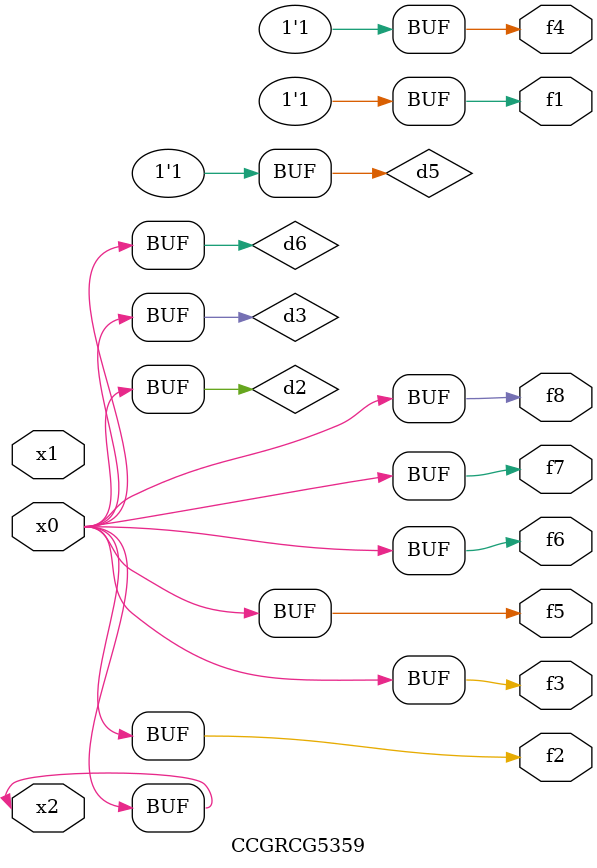
<source format=v>
module CCGRCG5359(
	input x0, x1, x2,
	output f1, f2, f3, f4, f5, f6, f7, f8
);

	wire d1, d2, d3, d4, d5, d6;

	xnor (d1, x2);
	buf (d2, x0, x2);
	and (d3, x0);
	xnor (d4, x1, x2);
	nand (d5, d1, d3);
	buf (d6, d2, d3);
	assign f1 = d5;
	assign f2 = d6;
	assign f3 = d6;
	assign f4 = d5;
	assign f5 = d6;
	assign f6 = d6;
	assign f7 = d6;
	assign f8 = d6;
endmodule

</source>
